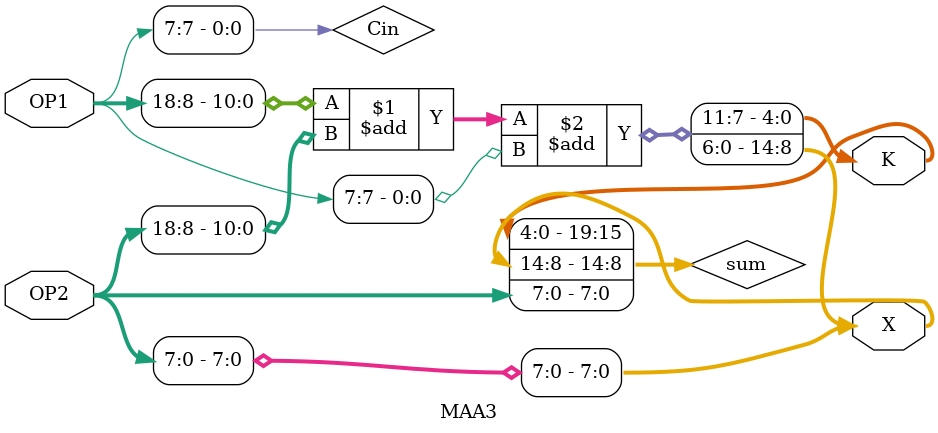
<source format=v>


// Company: iCAS Lab, University of South Carolina
// Engineer: Mohammed E. Elbtity
// Create Date: 06/15/2023 04:11:32 AM
// Design Name: 
// Module Name: MAA3
// Project Name: 
// Target Devices: 
// Tool Versions: 
// Description: 
// 
// Dependencies: 
// 
// Revision:
// Revision 0.01 - File Created
// Additional Comments:
// 
//////////////////////////////////////////////////////////////////////////////////


`timescale 1ns / 1ps

module MAA3 #(parameter LOG2_WIDTH = 4, WIDTH = 2**LOG2_WIDTH, M = 8) //M is MAA4 parameter
(
input	wire		[LOG2_WIDTH+WIDTH-2:0]	OP1,OP2,
output	wire		[WIDTH-2:0]				X,
output	wire		[LOG2_WIDTH:0]			K
);

wire	[LOG2_WIDTH+WIDTH-1:0]	sum ;
wire							Cin ;
// declare for generate loop variable
genvar i ; 

  generate
    for ( i=0 ; i < M ; i = i + 1 )
	  begin
        assign sum[i] = OP2[i];
	  end
  endgenerate

assign	Cin = OP1[M-1]  ;

assign	sum[LOG2_WIDTH+WIDTH-1:M] = OP1[LOG2_WIDTH+WIDTH-2:M] + OP2[LOG2_WIDTH+WIDTH-2:M] + Cin;

assign	X = sum[WIDTH-2:0] ;
assign	K = sum[LOG2_WIDTH+WIDTH-1:WIDTH-1] ;

endmodule

</source>
